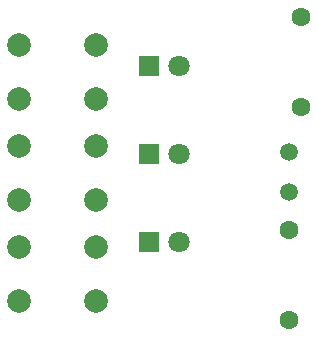
<source format=gbr>
%TF.GenerationSoftware,KiCad,Pcbnew,9.0.2*%
%TF.CreationDate,2025-06-18T19:46:59+03:00*%
%TF.ProjectId,solder_PCB,736f6c64-6572-45f5-9043-422e6b696361,rev?*%
%TF.SameCoordinates,Original*%
%TF.FileFunction,Copper,L2,Bot*%
%TF.FilePolarity,Positive*%
%FSLAX46Y46*%
G04 Gerber Fmt 4.6, Leading zero omitted, Abs format (unit mm)*
G04 Created by KiCad (PCBNEW 9.0.2) date 2025-06-18 19:46:59*
%MOMM*%
%LPD*%
G01*
G04 APERTURE LIST*
%TA.AperFunction,ComponentPad*%
%ADD10R,1.800000X1.800000*%
%TD*%
%TA.AperFunction,ComponentPad*%
%ADD11C,1.800000*%
%TD*%
%TA.AperFunction,ComponentPad*%
%ADD12C,2.000000*%
%TD*%
%TA.AperFunction,ComponentPad*%
%ADD13C,1.600000*%
%TD*%
%TA.AperFunction,ComponentPad*%
%ADD14C,1.500000*%
%TD*%
G04 APERTURE END LIST*
D10*
%TO.P,D1,1,K*%
%TO.N,Net-(BT2--)*%
X150660000Y-103320000D03*
D11*
%TO.P,D1,2,A*%
%TO.N,Net-(D1-A)*%
X153200000Y-103320000D03*
%TD*%
D12*
%TO.P,SW1,1,1*%
%TO.N,Net-(BT2-+)*%
X139670000Y-101610000D03*
X146170000Y-101610000D03*
%TO.P,SW1,2,2*%
%TO.N,Net-(R6-Pad1)*%
X139670000Y-106110000D03*
X146170000Y-106110000D03*
%TD*%
D11*
%TO.P,D2,2,A*%
%TO.N,Net-(D2-A)*%
X153200000Y-110790000D03*
D10*
%TO.P,D2,1,K*%
%TO.N,Net-(BT2--)*%
X150660000Y-110790000D03*
%TD*%
D12*
%TO.P,SW2,2,2*%
%TO.N,Net-(R1-Pad1)*%
X146170000Y-114660000D03*
X139670000Y-114660000D03*
%TO.P,SW2,1,1*%
%TO.N,Net-(BT2-+)*%
X146170000Y-110160000D03*
X139670000Y-110160000D03*
%TD*%
%TO.P,SW3,2,2*%
%TO.N,Net-(R8-Pad1)*%
X146170000Y-123210000D03*
X139670000Y-123210000D03*
%TO.P,SW3,1,1*%
%TO.N,Net-(BT2-+)*%
X146170000Y-118710000D03*
X139670000Y-118710000D03*
%TD*%
D13*
%TO.P,R6,2*%
%TO.N,Net-(D1-A)*%
X163500000Y-99190000D03*
%TO.P,R6,1*%
%TO.N,Net-(R6-Pad1)*%
X163500000Y-106810000D03*
%TD*%
%TO.P,R8,1*%
%TO.N,Net-(R8-Pad1)*%
X162500000Y-124810000D03*
%TO.P,R8,2*%
%TO.N,Net-(D3-A)*%
X162500000Y-117190000D03*
%TD*%
D14*
%TO.P,R1,1*%
%TO.N,Net-(R1-Pad1)*%
X162500000Y-114000000D03*
%TO.P,R1,2*%
%TO.N,Net-(D2-A)*%
X162500000Y-110600000D03*
%TD*%
D10*
%TO.P,D3,1,K*%
%TO.N,Net-(BT2--)*%
X150660000Y-118260000D03*
D11*
%TO.P,D3,2,A*%
%TO.N,Net-(D3-A)*%
X153200000Y-118260000D03*
%TD*%
M02*

</source>
